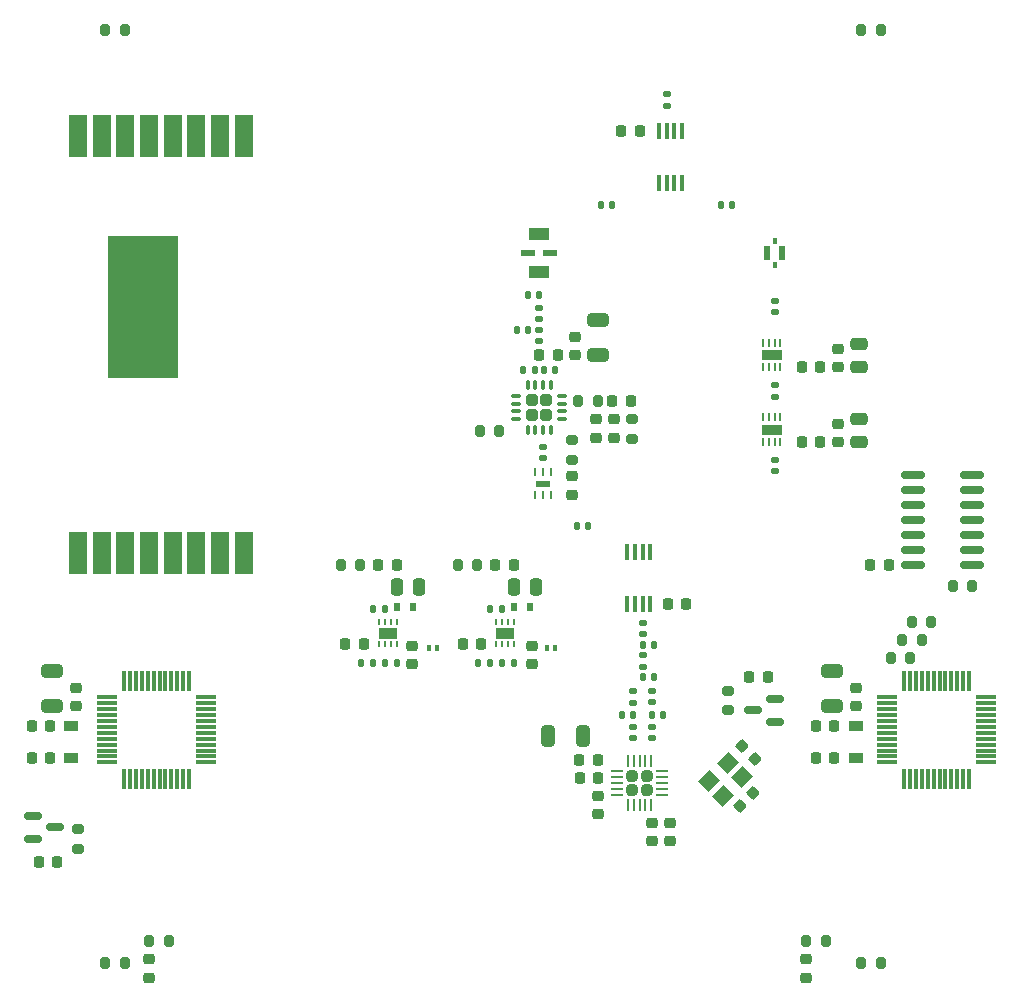
<source format=gbr>
%TF.GenerationSoftware,KiCad,Pcbnew,(6.0.8)*%
%TF.CreationDate,2023-02-25T01:36:39-08:00*%
%TF.ProjectId,RF_Board,52465f42-6f61-4726-942e-6b696361645f,rev?*%
%TF.SameCoordinates,Original*%
%TF.FileFunction,Paste,Top*%
%TF.FilePolarity,Positive*%
%FSLAX46Y46*%
G04 Gerber Fmt 4.6, Leading zero omitted, Abs format (unit mm)*
G04 Created by KiCad (PCBNEW (6.0.8)) date 2023-02-25 01:36:39*
%MOMM*%
%LPD*%
G01*
G04 APERTURE LIST*
G04 Aperture macros list*
%AMRoundRect*
0 Rectangle with rounded corners*
0 $1 Rounding radius*
0 $2 $3 $4 $5 $6 $7 $8 $9 X,Y pos of 4 corners*
0 Add a 4 corners polygon primitive as box body*
4,1,4,$2,$3,$4,$5,$6,$7,$8,$9,$2,$3,0*
0 Add four circle primitives for the rounded corners*
1,1,$1+$1,$2,$3*
1,1,$1+$1,$4,$5*
1,1,$1+$1,$6,$7*
1,1,$1+$1,$8,$9*
0 Add four rect primitives between the rounded corners*
20,1,$1+$1,$2,$3,$4,$5,0*
20,1,$1+$1,$4,$5,$6,$7,0*
20,1,$1+$1,$6,$7,$8,$9,0*
20,1,$1+$1,$8,$9,$2,$3,0*%
%AMRotRect*
0 Rectangle, with rotation*
0 The origin of the aperture is its center*
0 $1 length*
0 $2 width*
0 $3 Rotation angle, in degrees counterclockwise*
0 Add horizontal line*
21,1,$1,$2,0,0,$3*%
G04 Aperture macros list end*
%ADD10C,0.100000*%
%ADD11R,0.355600X0.558800*%
%ADD12R,0.558800X1.244600*%
%ADD13RoundRect,0.218750X0.218750X0.256250X-0.218750X0.256250X-0.218750X-0.256250X0.218750X-0.256250X0*%
%ADD14RoundRect,0.140000X0.170000X-0.140000X0.170000X0.140000X-0.170000X0.140000X-0.170000X-0.140000X0*%
%ADD15RoundRect,0.140000X-0.140000X-0.170000X0.140000X-0.170000X0.140000X0.170000X-0.140000X0.170000X0*%
%ADD16RoundRect,0.225000X-0.250000X0.225000X-0.250000X-0.225000X0.250000X-0.225000X0.250000X0.225000X0*%
%ADD17RoundRect,0.135000X0.135000X0.185000X-0.135000X0.185000X-0.135000X-0.185000X0.135000X-0.185000X0*%
%ADD18RoundRect,0.200000X0.200000X0.275000X-0.200000X0.275000X-0.200000X-0.275000X0.200000X-0.275000X0*%
%ADD19RoundRect,0.225000X0.225000X0.250000X-0.225000X0.250000X-0.225000X-0.250000X0.225000X-0.250000X0*%
%ADD20RoundRect,0.140000X0.140000X0.170000X-0.140000X0.170000X-0.140000X-0.170000X0.140000X-0.170000X0*%
%ADD21RoundRect,0.225000X-0.225000X-0.250000X0.225000X-0.250000X0.225000X0.250000X-0.225000X0.250000X0*%
%ADD22RotRect,1.400000X1.200000X225.000000*%
%ADD23R,0.203200X0.660400*%
%ADD24R,1.193800X0.609600*%
%ADD25RoundRect,0.218750X-0.218750X-0.256250X0.218750X-0.256250X0.218750X0.256250X-0.218750X0.256250X0*%
%ADD26RoundRect,0.250000X0.250000X0.475000X-0.250000X0.475000X-0.250000X-0.475000X0.250000X-0.475000X0*%
%ADD27RoundRect,0.011200X-0.768800X-0.128800X0.768800X-0.128800X0.768800X0.128800X-0.768800X0.128800X0*%
%ADD28RoundRect,0.011200X0.128800X-0.768800X0.128800X0.768800X-0.128800X0.768800X-0.128800X-0.768800X0*%
%ADD29RoundRect,0.250000X-0.650000X0.325000X-0.650000X-0.325000X0.650000X-0.325000X0.650000X0.325000X0*%
%ADD30RoundRect,0.250000X-0.475000X0.250000X-0.475000X-0.250000X0.475000X-0.250000X0.475000X0.250000X0*%
%ADD31RoundRect,0.200000X-0.200000X-0.275000X0.200000X-0.275000X0.200000X0.275000X-0.200000X0.275000X0*%
%ADD32RoundRect,0.225000X-0.017678X0.335876X-0.335876X0.017678X0.017678X-0.335876X0.335876X-0.017678X0*%
%ADD33RoundRect,0.200000X0.275000X-0.200000X0.275000X0.200000X-0.275000X0.200000X-0.275000X-0.200000X0*%
%ADD34RoundRect,0.250000X0.255000X-0.255000X0.255000X0.255000X-0.255000X0.255000X-0.255000X-0.255000X0*%
%ADD35RoundRect,0.075000X0.075000X-0.337500X0.075000X0.337500X-0.075000X0.337500X-0.075000X-0.337500X0*%
%ADD36RoundRect,0.075000X0.337500X-0.075000X0.337500X0.075000X-0.337500X0.075000X-0.337500X-0.075000X0*%
%ADD37RoundRect,0.225000X0.250000X-0.225000X0.250000X0.225000X-0.250000X0.225000X-0.250000X-0.225000X0*%
%ADD38R,1.524000X3.556000*%
%ADD39R,6.000000X12.000000*%
%ADD40RoundRect,0.147500X-0.147500X-0.172500X0.147500X-0.172500X0.147500X0.172500X-0.147500X0.172500X0*%
%ADD41R,0.249999X0.499999*%
%ADD42R,1.599999X0.900001*%
%ADD43R,0.304800X0.558800*%
%ADD44R,0.431800X1.397000*%
%ADD45RoundRect,0.147500X0.172500X-0.147500X0.172500X0.147500X-0.172500X0.147500X-0.172500X-0.147500X0*%
%ADD46RoundRect,0.200000X-0.275000X0.200000X-0.275000X-0.200000X0.275000X-0.200000X0.275000X0.200000X0*%
%ADD47R,0.254000X0.660400*%
%ADD48R,1.651000X0.889000*%
%ADD49RoundRect,0.150000X0.587500X0.150000X-0.587500X0.150000X-0.587500X-0.150000X0.587500X-0.150000X0*%
%ADD50R,0.600000X0.700000*%
%ADD51RoundRect,0.250000X-0.325000X-0.650000X0.325000X-0.650000X0.325000X0.650000X-0.325000X0.650000X0*%
%ADD52RoundRect,0.150000X-0.587500X-0.150000X0.587500X-0.150000X0.587500X0.150000X-0.587500X0.150000X0*%
%ADD53RoundRect,0.225000X0.335876X0.017678X0.017678X0.335876X-0.335876X-0.017678X-0.017678X-0.335876X0*%
%ADD54RoundRect,0.150000X0.825000X0.150000X-0.825000X0.150000X-0.825000X-0.150000X0.825000X-0.150000X0*%
%ADD55RoundRect,0.250000X0.650000X-0.325000X0.650000X0.325000X-0.650000X0.325000X-0.650000X-0.325000X0*%
%ADD56RoundRect,0.242500X0.242500X-0.242500X0.242500X0.242500X-0.242500X0.242500X-0.242500X-0.242500X0*%
%ADD57RoundRect,0.062500X0.062500X-0.425000X0.062500X0.425000X-0.062500X0.425000X-0.062500X-0.425000X0*%
%ADD58RoundRect,0.062500X0.425000X-0.062500X0.425000X0.062500X-0.425000X0.062500X-0.425000X-0.062500X0*%
%ADD59R,1.295400X0.965200*%
%ADD60R,1.803400X1.041400*%
%ADD61R,1.244600X0.609600*%
G04 APERTURE END LIST*
%TO.C,U15*%
G36*
X36813999Y-57007999D02*
G01*
X35348000Y-57007999D01*
X35348000Y-56154001D01*
X36813999Y-56154001D01*
X36813999Y-57007999D01*
G37*
D10*
X36813999Y-57007999D02*
X35348000Y-57007999D01*
X35348000Y-56154001D01*
X36813999Y-56154001D01*
X36813999Y-57007999D01*
%TO.C,U14*%
G36*
X46719999Y-57007998D02*
G01*
X45254000Y-57007998D01*
X45254000Y-56154000D01*
X46719999Y-56154000D01*
X46719999Y-57007998D01*
G37*
X46719999Y-57007998D02*
X45254000Y-57007998D01*
X45254000Y-56154000D01*
X46719999Y-56154000D01*
X46719999Y-57007998D01*
%TD*%
D11*
%TO.C,U9*%
X68830063Y-23379300D03*
D12*
X69477763Y-24408000D03*
D11*
X68830063Y-25436700D03*
D12*
X68182363Y-24408000D03*
%TD*%
D13*
%TO.C,L1*%
X72695000Y-40386000D03*
X71120000Y-40386000D03*
%TD*%
D14*
%TO.C,C35*%
X57658000Y-56656000D03*
X57658000Y-55696000D03*
%TD*%
D15*
%TO.C,C21*%
X46993004Y-30891282D03*
X47953004Y-30891282D03*
%TD*%
D16*
%TO.C,C15*%
X55245000Y-38481000D03*
X55245000Y-40031000D03*
%TD*%
D17*
%TO.C,R23*%
X35814000Y-54549000D03*
X34794000Y-54549000D03*
%TD*%
D15*
%TO.C,C29*%
X55908000Y-63500000D03*
X56868000Y-63500000D03*
%TD*%
D18*
%TO.C,R12*%
X77825000Y-5500000D03*
X76175000Y-5500000D03*
%TD*%
D13*
%TO.C,D6*%
X8122500Y-75971000D03*
X6547500Y-75971000D03*
%TD*%
D19*
%TO.C,R5*%
X53873000Y-68834000D03*
X52323000Y-68834000D03*
%TD*%
D20*
%TO.C,C1*%
X53058000Y-47498000D03*
X52098000Y-47498000D03*
%TD*%
D21*
%TO.C,C41*%
X72307000Y-67157600D03*
X73857000Y-67157600D03*
%TD*%
D15*
%TO.C,C22*%
X47935000Y-27966000D03*
X48895000Y-27966000D03*
%TD*%
D22*
%TO.C,Y1*%
X66057865Y-68784315D03*
X64502230Y-70339950D03*
X63300149Y-69137869D03*
X64855784Y-67582234D03*
%TD*%
D21*
%TO.C,C23*%
X55109000Y-36957000D03*
X56659000Y-36957000D03*
%TD*%
D20*
%TO.C,C32*%
X58618000Y-57550000D03*
X57658000Y-57550000D03*
%TD*%
D16*
%TO.C,C55*%
X71501000Y-84201000D03*
X71501000Y-85751000D03*
%TD*%
D23*
%TO.C,U6*%
X48564800Y-44923900D03*
X49225200Y-44923900D03*
X49885600Y-44923900D03*
X49885600Y-42968100D03*
X49225200Y-42968100D03*
X48564800Y-42968100D03*
D24*
X49225200Y-43946000D03*
%TD*%
D16*
%TO.C,C47*%
X58420000Y-72645000D03*
X58420000Y-74195000D03*
%TD*%
D25*
%TO.C,D4*%
X45161000Y-50800000D03*
X46736000Y-50800000D03*
%TD*%
D18*
%TO.C,R2*%
X45518000Y-39497000D03*
X43868000Y-39497000D03*
%TD*%
D26*
%TO.C,C50*%
X48636000Y-52705000D03*
X46736000Y-52705000D03*
%TD*%
D16*
%TO.C,C54*%
X51689000Y-43307000D03*
X51689000Y-44857000D03*
%TD*%
D27*
%TO.C,U2*%
X78370000Y-62020000D03*
X78370000Y-62520000D03*
X78370000Y-63020000D03*
X78370000Y-63520000D03*
X78370000Y-64020000D03*
X78370000Y-64520000D03*
X78370000Y-65020000D03*
X78370000Y-65520000D03*
X78370000Y-66020000D03*
X78370000Y-66520000D03*
X78370000Y-67020000D03*
X78370000Y-67520000D03*
D28*
X79800000Y-68950000D03*
X80300000Y-68950000D03*
X80800000Y-68950000D03*
X81300000Y-68950000D03*
X81800000Y-68950000D03*
X82300000Y-68950000D03*
X82800000Y-68950000D03*
X83300000Y-68950000D03*
X83800000Y-68950000D03*
X84300000Y-68950000D03*
X84800000Y-68950000D03*
X85300000Y-68950000D03*
D27*
X86730000Y-67520000D03*
X86730000Y-67020000D03*
X86730000Y-66520000D03*
X86730000Y-66020000D03*
X86730000Y-65520000D03*
X86730000Y-65020000D03*
X86730000Y-64520000D03*
X86730000Y-64020000D03*
X86730000Y-63520000D03*
X86730000Y-63020000D03*
X86730000Y-62520000D03*
X86730000Y-62020000D03*
D28*
X85300000Y-60590000D03*
X84800000Y-60590000D03*
X84300000Y-60590000D03*
X83800000Y-60590000D03*
X83300000Y-60590000D03*
X82800000Y-60590000D03*
X82300000Y-60590000D03*
X81800000Y-60590000D03*
X81300000Y-60590000D03*
X80800000Y-60590000D03*
X80300000Y-60590000D03*
X79800000Y-60590000D03*
%TD*%
D18*
%TO.C,R25*%
X17525000Y-82677000D03*
X15875000Y-82677000D03*
%TD*%
D25*
%TO.C,D5*%
X66675000Y-60325000D03*
X68250000Y-60325000D03*
%TD*%
D21*
%TO.C,C42*%
X5943000Y-64414400D03*
X7493000Y-64414400D03*
%TD*%
D26*
%TO.C,C53*%
X38730000Y-52705000D03*
X36830000Y-52705000D03*
%TD*%
D29*
%TO.C,C39*%
X73660000Y-59788000D03*
X73660000Y-62738000D03*
%TD*%
D30*
%TO.C,C7*%
X75946000Y-38486000D03*
X75946000Y-40386000D03*
%TD*%
D31*
%TO.C,R13*%
X12175000Y-5500000D03*
X13825000Y-5500000D03*
%TD*%
D32*
%TO.C,C33*%
X67009016Y-70150984D03*
X65913000Y-71247000D03*
%TD*%
D14*
%TO.C,C28*%
X56868000Y-65480000D03*
X56868000Y-64520000D03*
%TD*%
%TO.C,C9*%
X49225200Y-41755000D03*
X49225200Y-40795000D03*
%TD*%
D33*
%TO.C,R3*%
X51689000Y-41909000D03*
X51689000Y-40259000D03*
%TD*%
D34*
%TO.C,U7*%
X48270000Y-38090000D03*
X48270000Y-36840000D03*
X49520000Y-36840000D03*
X49520000Y-38090000D03*
D35*
X47920000Y-39402500D03*
X48570000Y-39402500D03*
X49220000Y-39402500D03*
X49870000Y-39402500D03*
D36*
X50832500Y-38440000D03*
X50832500Y-37790000D03*
X50832500Y-37140000D03*
X50832500Y-36490000D03*
D35*
X49870000Y-35527500D03*
X49220000Y-35527500D03*
X48570000Y-35527500D03*
X47920000Y-35527500D03*
D36*
X46957500Y-36490000D03*
X46957500Y-37140000D03*
X46957500Y-37790000D03*
X46957500Y-38440000D03*
%TD*%
D21*
%TO.C,C12*%
X59811499Y-54102000D03*
X61361499Y-54102000D03*
%TD*%
D37*
%TO.C,C38*%
X75692000Y-62738000D03*
X75692000Y-61188000D03*
%TD*%
D18*
%TO.C,R24*%
X73151000Y-82677000D03*
X71501000Y-82677000D03*
%TD*%
D38*
%TO.C,U13*%
X9876000Y-49784000D03*
X11876000Y-49784000D03*
X13876000Y-49784000D03*
X15876000Y-49784000D03*
X17876000Y-49784000D03*
X19876000Y-49784000D03*
X21876000Y-49784000D03*
X23876000Y-49784000D03*
X9876000Y-14478000D03*
X11876000Y-14478000D03*
X13876000Y-14478000D03*
X15876000Y-14478000D03*
X17876000Y-14478000D03*
X19876000Y-14478000D03*
X21876000Y-14478000D03*
X23876000Y-14478000D03*
D39*
X15376000Y-28978000D03*
%TD*%
D14*
%TO.C,C2*%
X68834000Y-42870000D03*
X68834000Y-41910000D03*
%TD*%
D40*
%TO.C,L4*%
X58420000Y-63500000D03*
X59390000Y-63500000D03*
%TD*%
D41*
%TO.C,U15*%
X35331002Y-57531001D03*
X35831001Y-57531001D03*
X36331003Y-57531001D03*
X36831001Y-57531001D03*
X36831001Y-55630999D03*
X36331003Y-55630999D03*
X35831001Y-55630999D03*
X35331002Y-55630999D03*
D42*
X36081000Y-56581000D03*
%TD*%
D43*
%TO.C,D1*%
X49576401Y-57850999D03*
X50271599Y-57850999D03*
%TD*%
D16*
%TO.C,C36*%
X53848000Y-70358000D03*
X53848000Y-71908000D03*
%TD*%
D14*
%TO.C,C27*%
X58420000Y-65480000D03*
X58420000Y-64520000D03*
%TD*%
D16*
%TO.C,C26*%
X59944000Y-72645000D03*
X59944000Y-74195000D03*
%TD*%
D44*
%TO.C,U4*%
X56358000Y-54102000D03*
X57007998Y-54102000D03*
X57658000Y-54102000D03*
X58307998Y-54102000D03*
X58307998Y-49707800D03*
X57658000Y-49707800D03*
X57007998Y-49707800D03*
X56358000Y-49707800D03*
%TD*%
D19*
%TO.C,C13*%
X57404000Y-14097000D03*
X55854000Y-14097000D03*
%TD*%
D21*
%TO.C,C46*%
X52298000Y-67360000D03*
X53848000Y-67360000D03*
%TD*%
D45*
%TO.C,L6*%
X57658000Y-59436000D03*
X57658000Y-58466000D03*
%TD*%
D31*
%TO.C,R14*%
X12175000Y-84500000D03*
X13825000Y-84500000D03*
%TD*%
D20*
%TO.C,C31*%
X58618000Y-60325000D03*
X57658000Y-60325000D03*
%TD*%
D46*
%TO.C,R16*%
X64922500Y-61469000D03*
X64922500Y-63119000D03*
%TD*%
D47*
%TO.C,U10*%
X69330189Y-38310300D03*
X68830063Y-38310300D03*
X68329937Y-38310300D03*
X67829811Y-38310300D03*
X67829811Y-40367700D03*
X68329937Y-40367700D03*
X68830063Y-40367700D03*
X69330189Y-40367700D03*
D48*
X68580000Y-39339000D03*
%TD*%
D14*
%TO.C,C30*%
X58420000Y-62428000D03*
X58420000Y-61468000D03*
%TD*%
D16*
%TO.C,C14*%
X53721000Y-38481000D03*
X53721000Y-40031000D03*
%TD*%
D31*
%TO.C,R4*%
X52197000Y-36957000D03*
X53847000Y-36957000D03*
%TD*%
D41*
%TO.C,U14*%
X45237002Y-57531000D03*
X45737001Y-57531000D03*
X46237003Y-57531000D03*
X46737001Y-57531000D03*
X46737001Y-55630998D03*
X46237003Y-55630998D03*
X45737001Y-55630998D03*
X45237002Y-55630998D03*
D42*
X45987000Y-56580999D03*
%TD*%
D17*
%TO.C,R20*%
X45720000Y-54548999D03*
X44700000Y-54548999D03*
%TD*%
D16*
%TO.C,C51*%
X38113003Y-57645000D03*
X38113003Y-59195000D03*
%TD*%
D45*
%TO.C,L5*%
X56868000Y-62461000D03*
X56868000Y-61491000D03*
%TD*%
D30*
%TO.C,C10*%
X75946000Y-32136000D03*
X75946000Y-34036000D03*
%TD*%
D31*
%TO.C,R8*%
X80455000Y-55626000D03*
X82105000Y-55626000D03*
%TD*%
D17*
%TO.C,R21*%
X36843000Y-59121000D03*
X35823000Y-59121000D03*
%TD*%
D16*
%TO.C,C8*%
X74168000Y-38836000D03*
X74168000Y-40386000D03*
%TD*%
D18*
%TO.C,R6*%
X33756500Y-50800000D03*
X32106500Y-50800000D03*
%TD*%
D31*
%TO.C,R9*%
X78677000Y-58674000D03*
X80327000Y-58674000D03*
%TD*%
D20*
%TO.C,C6*%
X65250000Y-20320000D03*
X64290000Y-20320000D03*
%TD*%
D49*
%TO.C,Q1*%
X68908000Y-64069000D03*
X68908000Y-62169000D03*
X67033000Y-63119000D03*
%TD*%
D16*
%TO.C,C11*%
X74168000Y-32486000D03*
X74168000Y-34036000D03*
%TD*%
D50*
%TO.C,D2*%
X46736000Y-54356000D03*
X48136000Y-54356000D03*
%TD*%
D51*
%TO.C,C37*%
X49628000Y-65278000D03*
X52578000Y-65278000D03*
%TD*%
D21*
%TO.C,C44*%
X5943000Y-67157600D03*
X7493000Y-67157600D03*
%TD*%
D17*
%TO.C,R18*%
X46749000Y-59120999D03*
X45729000Y-59120999D03*
%TD*%
D15*
%TO.C,C5*%
X54130000Y-20320000D03*
X55090000Y-20320000D03*
%TD*%
D14*
%TO.C,C4*%
X68830063Y-29388000D03*
X68830063Y-28428000D03*
%TD*%
D31*
%TO.C,R10*%
X79634000Y-57150000D03*
X81284000Y-57150000D03*
%TD*%
D37*
%TO.C,C19*%
X51943000Y-33020000D03*
X51943000Y-31470000D03*
%TD*%
D27*
%TO.C,U1*%
X12330000Y-62020000D03*
X12330000Y-62520000D03*
X12330000Y-63020000D03*
X12330000Y-63520000D03*
X12330000Y-64020000D03*
X12330000Y-64520000D03*
X12330000Y-65020000D03*
X12330000Y-65520000D03*
X12330000Y-66020000D03*
X12330000Y-66520000D03*
X12330000Y-67020000D03*
X12330000Y-67520000D03*
D28*
X13760000Y-68950000D03*
X14260000Y-68950000D03*
X14760000Y-68950000D03*
X15260000Y-68950000D03*
X15760000Y-68950000D03*
X16260000Y-68950000D03*
X16760000Y-68950000D03*
X17260000Y-68950000D03*
X17760000Y-68950000D03*
X18260000Y-68950000D03*
X18760000Y-68950000D03*
X19260000Y-68950000D03*
D27*
X20690000Y-67520000D03*
X20690000Y-67020000D03*
X20690000Y-66520000D03*
X20690000Y-66020000D03*
X20690000Y-65520000D03*
X20690000Y-65020000D03*
X20690000Y-64520000D03*
X20690000Y-64020000D03*
X20690000Y-63520000D03*
X20690000Y-63020000D03*
X20690000Y-62520000D03*
X20690000Y-62020000D03*
D28*
X19260000Y-60590000D03*
X18760000Y-60590000D03*
X18260000Y-60590000D03*
X17760000Y-60590000D03*
X17260000Y-60590000D03*
X16760000Y-60590000D03*
X16260000Y-60590000D03*
X15760000Y-60590000D03*
X15260000Y-60590000D03*
X14760000Y-60590000D03*
X14260000Y-60590000D03*
X13760000Y-60590000D03*
%TD*%
D17*
%TO.C,R22*%
X34811000Y-59121000D03*
X33791000Y-59121000D03*
%TD*%
D52*
%TO.C,Q2*%
X6047500Y-72075000D03*
X6047500Y-73975000D03*
X7922500Y-73025000D03*
%TD*%
D18*
%TO.C,R11*%
X85552000Y-52578000D03*
X83902000Y-52578000D03*
%TD*%
%TO.C,R7*%
X43662500Y-50800000D03*
X42012500Y-50800000D03*
%TD*%
D19*
%TO.C,C52*%
X34049000Y-57531000D03*
X32499000Y-57531000D03*
%TD*%
D53*
%TO.C,C34*%
X66040000Y-66167000D03*
X67136016Y-67263016D03*
%TD*%
D47*
%TO.C,U11*%
X69330189Y-31991300D03*
X68830063Y-31991300D03*
X68329937Y-31991300D03*
X67829811Y-31991300D03*
X67829811Y-34048700D03*
X68329937Y-34048700D03*
X68830063Y-34048700D03*
X69330189Y-34048700D03*
D48*
X68580000Y-33020000D03*
%TD*%
D46*
%TO.C,R1*%
X56769000Y-38481000D03*
X56769000Y-40131000D03*
%TD*%
D37*
%TO.C,C43*%
X9652000Y-62738000D03*
X9652000Y-61188000D03*
%TD*%
D19*
%TO.C,C49*%
X43968000Y-57531000D03*
X42418000Y-57531000D03*
%TD*%
%TO.C,C25*%
X78486000Y-50800000D03*
X76936000Y-50800000D03*
%TD*%
D16*
%TO.C,C56*%
X15875000Y-84201000D03*
X15875000Y-85751000D03*
%TD*%
D14*
%TO.C,C3*%
X68830063Y-36548000D03*
X68830063Y-35588000D03*
%TD*%
D50*
%TO.C,D8*%
X36830000Y-54356000D03*
X38230000Y-54356000D03*
%TD*%
D16*
%TO.C,C48*%
X48273006Y-57645000D03*
X48273006Y-59195000D03*
%TD*%
D44*
%TO.C,U5*%
X60990000Y-14058900D03*
X60340002Y-14058900D03*
X59690000Y-14058900D03*
X59040002Y-14058900D03*
X59040002Y-18453100D03*
X59690000Y-18453100D03*
X60340002Y-18453100D03*
X60990000Y-18453100D03*
%TD*%
D15*
%TO.C,C16*%
X49276000Y-34290000D03*
X50236000Y-34290000D03*
%TD*%
D54*
%TO.C,U12*%
X85533000Y-50800000D03*
X85533000Y-49530000D03*
X85533000Y-48260000D03*
X85533000Y-46990000D03*
X85533000Y-45720000D03*
X85533000Y-44450000D03*
X85533000Y-43180000D03*
X80583000Y-43180000D03*
X80583000Y-44450000D03*
X80583000Y-45720000D03*
X80583000Y-46990000D03*
X80583000Y-48260000D03*
X80583000Y-49530000D03*
X80583000Y-50800000D03*
%TD*%
D45*
%TO.C,L3*%
X48895000Y-29980000D03*
X48895000Y-29010000D03*
%TD*%
D55*
%TO.C,C18*%
X53848000Y-33020000D03*
X53848000Y-30070000D03*
%TD*%
D56*
%TO.C,U3*%
X58004000Y-68650000D03*
X56804000Y-69850000D03*
X58004000Y-69850000D03*
X56804000Y-68650000D03*
D57*
X56404000Y-71137500D03*
X56904000Y-71137500D03*
X57404000Y-71137500D03*
X57904000Y-71137500D03*
X58404000Y-71137500D03*
D58*
X59291500Y-70250000D03*
X59291500Y-69750000D03*
X59291500Y-69250000D03*
X59291500Y-68750000D03*
X59291500Y-68250000D03*
D57*
X58404000Y-67362500D03*
X57904000Y-67362500D03*
X57404000Y-67362500D03*
X56904000Y-67362500D03*
X56404000Y-67362500D03*
D58*
X55516500Y-68250000D03*
X55516500Y-68750000D03*
X55516500Y-69250000D03*
X55516500Y-69750000D03*
X55516500Y-70250000D03*
%TD*%
D59*
%TO.C,Y3*%
X9271000Y-64414400D03*
X9271000Y-67157600D03*
%TD*%
D25*
%TO.C,D3*%
X35255000Y-50800000D03*
X36830000Y-50800000D03*
%TD*%
D20*
%TO.C,C17*%
X48514000Y-34290000D03*
X47554000Y-34290000D03*
%TD*%
D60*
%TO.C,U8*%
X48895000Y-26035000D03*
D61*
X49822100Y-24409400D03*
D60*
X48895000Y-22783800D03*
D61*
X47967900Y-24409400D03*
%TD*%
D14*
%TO.C,C20*%
X48895000Y-31849000D03*
X48895000Y-30889000D03*
%TD*%
D59*
%TO.C,Y2*%
X75692000Y-64414400D03*
X75692000Y-67157600D03*
%TD*%
D21*
%TO.C,C40*%
X72307000Y-64414400D03*
X73857000Y-64414400D03*
%TD*%
D33*
%TO.C,R17*%
X9875000Y-74827000D03*
X9875000Y-73177000D03*
%TD*%
D17*
%TO.C,R19*%
X44717000Y-59120999D03*
X43697000Y-59120999D03*
%TD*%
D14*
%TO.C,C24*%
X59690000Y-11910000D03*
X59690000Y-10950000D03*
%TD*%
D18*
%TO.C,R15*%
X77825000Y-84500000D03*
X76175000Y-84500000D03*
%TD*%
D13*
%TO.C,L2*%
X72695000Y-34036000D03*
X71120000Y-34036000D03*
%TD*%
%TO.C,L7*%
X50470000Y-33020000D03*
X48895000Y-33020000D03*
%TD*%
D29*
%TO.C,C45*%
X7620000Y-59788000D03*
X7620000Y-62738000D03*
%TD*%
D43*
%TO.C,D7*%
X39543404Y-57851000D03*
X40238602Y-57851000D03*
%TD*%
M02*

</source>
